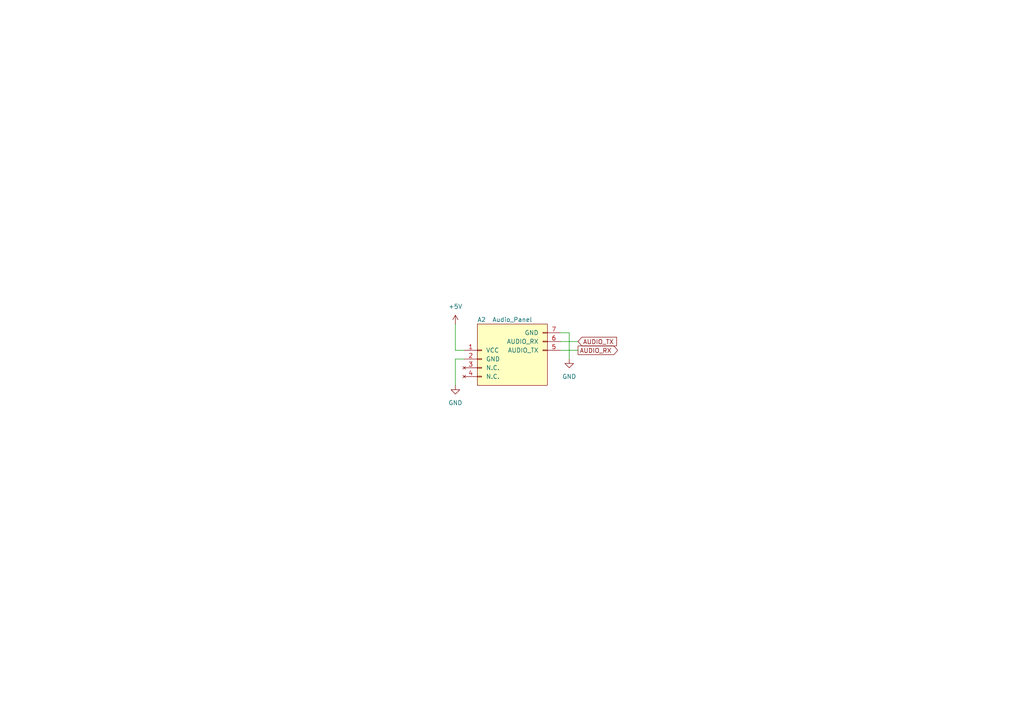
<source format=kicad_sch>
(kicad_sch (version 20231120) (generator "eeschema") (generator_version "8.0")
  (paper "A4")
  (title_block (title "BulkyModem-32 Module (Audio Panel)") (comment 4 "Mounting spot for an audio module that does not exist."))
  (lib_symbols
    (symbol "BulkyModem:AudioModule" (pin_names (offset 2.52))
      (property "Reference" "A" (at 0 6.35 0))
      (symbol "AudioModule_1_1"
        (rectangle (start -1.27 -10.033) (end 0 -10.287) (stroke (width 0.1524)))
        (rectangle (start -1.27 -7.493) (end 0 -7.747) (stroke (width 0.1524)))
        (rectangle (start -1.27 -4.953) (end 0 -5.207) (stroke (width 0.1524)))
        (rectangle (start -1.27 -2.413) (end 0 -2.667) (stroke (width 0.1524)))
        (polyline (pts (xy -1.27 5.08) (xy -1.27 -12.7) (xy 19.05 -12.7) (xy 19.05 5.08) (xy -1.27 5.08)) (fill (type background)))
        (rectangle (start 19.05 -2.667) (end 17.78 -2.413) (stroke (width 0.1524)))
        (rectangle (start 19.05 -0.127) (end 17.78 0.127) (stroke (width 0.1524)))
        (rectangle (start 19.05 2.413) (end 17.78 2.667) (stroke (width 0.1524)))
        (pin power_in line (at -5.08 -2.54 0) (length 3.81) (name "VCC") (number "1"))
        (pin power_in line (at -5.08 -5.08 0) (length 3.81) (name "GND") (number "2"))
        (pin no_connect line (at -5.08 -7.62 0) (length 3.81) (name "N.C.") (number "3"))
        (pin no_connect line (at -5.08 -10.16 0) (length 3.81) (name "N.C.") (number "4"))
        (pin output line (at 22.86 -2.54 180) (length 3.81) (name "AUDIO_TX") (number "5"))
        (pin input line (at 22.86 0 180) (length 3.81) (name "AUDIO_RX") (number "6"))
        (pin passive line (at 22.86 2.54 180) (length 3.81) (name "GND") (number "7"))
      )
    )
    (symbol "power:+5V" (power) (pin_numbers hide) (pin_names (offset 0) hide)
      (property "Value" "+5V" (at 0 3.556 0))
      (symbol "+5V_0_1"
        (polyline (pts (xy -0.762 1.27) (xy 0 2.54)))
        (polyline (pts (xy 0 0) (xy 0 2.54)))
        (polyline (pts (xy 0 2.54) (xy 0.762 1.27)))
      )
      (symbol "+5V_1_1"
        (pin power_in line (at 0 0 90) (length 0) (name "~") (number "1"))
      )
    )
    (symbol "power:GND" (power) (pin_numbers hide) (pin_names (offset 0) hide)
      (property "Value" "GND" (at 0 -3.81 0))
      (symbol "GND_0_1"
        (polyline (pts (xy 0 0) (xy 0 -1.27) (xy 1.27 -1.27) (xy 0 -2.54) (xy -1.27 -1.27) (xy 0 -1.27)))
      )
      (symbol "GND_1_1"
        (pin power_in line (at 0 0 270) (length 0) (name "~") (number "1"))
      )
    )
  )
  (wire (pts (xy 162.56 99.06) (xy 167.64 99.06)))
  (wire (pts (xy 134.62 104.14) (xy 132.08 104.14)))
  (wire (pts (xy 132.08 104.14) (xy 132.08 111.76)))
  (wire (pts (xy 132.08 101.6) (xy 134.62 101.6)))
  (wire (pts (xy 162.56 96.52) (xy 165.1 96.52)))
  (wire (pts (xy 165.1 96.52) (xy 165.1 104.14)))
  (wire (pts (xy 162.56 101.6) (xy 167.64 101.6)))
  (wire (pts (xy 132.08 93.98) (xy 132.08 101.6)))
  (global_label "AUDIO_RX" (shape output) (at 167.64 101.6 0) (property "Intersheetrefs" "${INTERSHEET_REFS}" (effects (hide yes))))
  (global_label "AUDIO_TX" (shape input) (at 167.64 99.06 0) (property "Intersheetrefs" "${INTERSHEET_REFS}" (effects (hide yes))))
  (symbol (lib_id "power:GND") (at 132.08 111.76 0) (unit 1)
    (property "Reference" "#PWR013" (effects (hide yes)))
    (property "Value" "GND" (at 132.08 116.84 0))
    (property "Description" "Power symbol creates a global label with name \"GND\" , ground" (effects (hide yes)))
  )
  (symbol (lib_id "power:GND") (at 165.1 104.14 0) (unit 1)
    (property "Reference" "#PWR012" (effects (hide yes)))
    (property "Value" "GND" (at 165.1 109.22 0))
    (property "Description" "Power symbol creates a global label with name \"GND\" , ground" (effects (hide yes)))
  )
  (symbol (lib_id "power:+5V") (at 132.08 93.98 0) (unit 1)
    (property "Reference" "#PWR014" (effects (hide yes)))
    (property "Value" "+5V" (at 132.08 88.9 0))
    (property "Description" "Power symbol creates a global label with name \"+5V\"" (effects (hide yes)))
  )
  (symbol (lib_id "BulkyModem:AudioModule") (at 139.7 99.06 0) (unit 1)
    (property "Reference" "A2" (at 139.7 92.71 0))
    (property "Value" "Audio_Panel" (at 148.59 92.71 0))
    (property "Footprint" "BulkyModem:AudioModule" (effects (hide yes)))
  )
)
</source>
